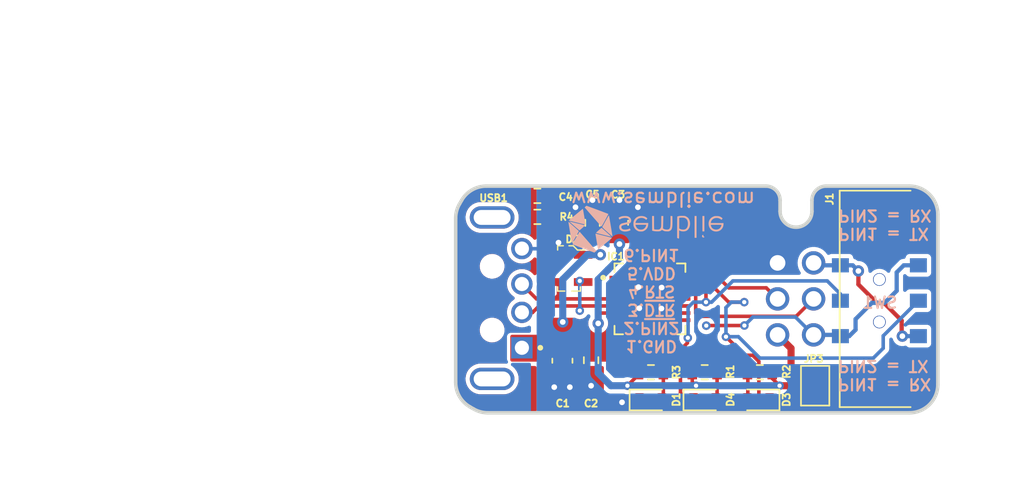
<source format=kicad_pcb>
(kicad_pcb (version 20221018) (generator pcbnew)
  (title_block (title "CP2102") (date "2020-05-25") (rev "v02") (comment 4 "Author: Nejra Mahmutbegovic"))
  (layers (0 "F.Cu" signal) (31 "B.Cu" signal) (34 "B.Paste" user) (35 "F.Paste" user) (36 "B.SilkS" user "B.Silkscreen") (37 "F.SilkS" user "F.Silkscreen") (38 "B.Mask" user) (39 "F.Mask" user) (44 "Edge.Cuts" user))
  (net 0 "")
  (net 1 "GND")
  (net 2 "+3V3")
  (net 3 "Net-(D1-A)")
  (net 4 "/TXD")
  (net 5 "/RXD")
  (net 6 "/VBUS")
  (net 7 "/D+")
  (net 8 "/D-")
  (net 9 "Net-(D3-Pad2)")
  (net 10 "Net-(D4-Pad2)")
  (net 11 "/~{RTS}")
  (net 12 "/~{DTR}")
  (net 13 "/UART_PIN_2")
  (net 14 "/UART_PIN_1")
  (net 23 "Net-(C4-Pad1)")
  (net 24 "Net-(JP3-B)")
  (footprint "LED_SMD:LED_0603_1608Metric" (layer "F.Cu") (at 129.2 113.3)
    (fp_text reference "D4" (at 1.83 -0.02 90) (layer "F.SilkS") (effects (font (size 0.5 0.5) (thickness 0.125))))
    (fp_text value "GREEN")
    (pad "1" smd roundrect (at -0.7875 0) (size 0.875 0.95) (layers "F.Cu" "F.Paste" "F.Mask") (net 5 "/RXD"))
    (pad "2" smd roundrect (at 0.7875 0) (size 0.875 0.95) (layers "F.Cu" "F.Paste" "F.Mask") (net 10 "Net-(D4-Pad2)"))
  )
  (footprint "LED_SMD:LED_0603_1608Metric" (layer "F.Cu") (at 125.4 113.3)
    (fp_text reference "D1" (at 1.81 -0.02 90) (layer "F.SilkS") (effects (font (size 0.5 0.5) (thickness 0.125))))
    (fp_text value "RED")
    (pad "1" smd roundrect (at -0.7875 0) (size 0.875 0.95) (layers "F.Cu" "F.Paste" "F.Mask") (net 1 "GND"))
    (pad "2" smd roundrect (at 0.7875 0) (size 0.875 0.95) (layers "F.Cu" "F.Paste" "F.Mask") (net 3 "Net-(D1-A)"))
  )
  (footprint "f:0603" (layer "F.Cu") (at 117.41 100.38 180)
    (fp_text reference "R4" (at -2.06 0 180) (layer "F.SilkS") (effects (font (size 0.5 0.5) (thickness 0.125))))
    (fp_text value "1M")
    (pad "1" smd rect (at -0.875 0 180) (size 0.67 1) (layers "F.Cu" "F.Paste" "F.Mask") (net 1 "GND"))
    (pad "2" smd rect (at 0.875 0 180) (size 0.67 1) (layers "F.Cu" "F.Paste" "F.Mask") (net 23 "Net-(C4-Pad1)"))
  )
  (footprint "f:0805" (layer "F.Cu") (at 123.1 100.795001 -90)
    (fp_text reference "C3" (at -1.985001 0 180) (layer "F.SilkS") (effects (font (size 0.5 0.5) (thickness 0.125))))
    (fp_text value "10uF_6.3V")
    (pad "1" smd rect (at -0.955 0 270) (size 0.97 1.5) (layers "F.Cu" "F.Paste" "F.Mask") (net 1 "GND"))
    (pad "2" smd rect (at 0.955 0 270) (size 0.97 1.5) (layers "F.Cu" "F.Paste" "F.Mask") (net 2 "+3V3"))
  )
  (footprint "f:0603" (layer "F.Cu") (at 121.3 100.8 -90)
    (fp_text reference "C5" (at -2 0 180) (layer "F.SilkS") (effects (font (size 0.5 0.5) (thickness 0.125))))
    (fp_text value "0.1uF_6.3V")
    (pad "1" smd rect (at -0.875 0 270) (size 0.67 1) (layers "F.Cu" "F.Paste" "F.Mask") (net 1 "GND"))
    (pad "2" smd rect (at 0.875 0 270) (size 0.67 1) (layers "F.Cu" "F.Paste" "F.Mask") (net 2 "+3V3"))
  )
  (footprint "f:QFN-28" (layer "F.Cu") (at 125.35 106.17)
    (fp_text reference "IC1" (at -2.41 -2.99) (layer "F.SilkS") (effects (font (size 0.5 0.5) (thickness 0.125))))
    (fp_text value "CP2102-GM")
    (pad "1" smd rect (at -2.37 -1.5) (size 0.97 0.26) (layers "F.Cu" "F.Paste" "F.Mask"))
    (pad "2" smd rect (at -2.37 -1) (size 0.97 0.26) (layers "F.Cu" "F.Paste" "F.Mask"))
    (pad "3" smd rect (at -2.37 -0.5) (size 0.97 0.26) (layers "F.Cu" "F.Paste" "F.Mask") (net 1 "GND"))
    (pad "4" smd rect (at -2.37 0) (size 0.97 0.26) (layers "F.Cu" "F.Paste" "F.Mask") (net 7 "/D+"))
    (pad "5" smd rect (at -2.37 0.5) (size 0.97 0.26) (layers "F.Cu" "F.Paste" "F.Mask") (net 8 "/D-"))
    (pad "6" smd rect (at -2.37 1) (size 0.97 0.26) (layers "F.Cu" "F.Paste" "F.Mask") (net 2 "+3V3"))
    (pad "7" smd rect (at -2.37 1.5) (size 0.97 0.26) (layers "F.Cu" "F.Paste" "F.Mask") (net 6 "/VBUS"))
    (pad "8" smd rect (at -1.5 2.37) (size 0.26 0.97) (layers "F.Cu" "F.Paste" "F.Mask") (net 6 "/VBUS"))
    (pad "9" smd rect (at -1 2.37) (size 0.26 0.97) (layers "F.Cu" "F.Paste" "F.Mask"))
    (pad "10" smd rect (at -0.5 2.37) (size 0.26 0.97) (layers "F.Cu" "F.Paste" "F.Mask"))
    (pad "11" smd rect (at 0 2.37) (size 0.26 0.97) (layers "F.Cu" "F.Paste" "F.Mask"))
    (pad "12" smd rect (at 0.5 2.37) (size 0.26 0.97) (layers "F.Cu" "F.Paste" "F.Mask"))
    (pad "13" smd rect (at 1 2.37) (size 0.26 0.97) (layers "F.Cu" "F.Paste" "F.Mask"))
    (pad "14" smd rect (at 1.5 2.37) (size 0.26 0.97) (layers "F.Cu" "F.Paste" "F.Mask"))
    (pad "15" smd rect (at 2.37 1.5) (size 0.97 0.26) (layers "F.Cu" "F.Paste" "F.Mask"))
    (pad "16" smd rect (at 2.37 1) (size 0.97 0.26) (layers "F.Cu" "F.Paste" "F.Mask"))
    (pad "17" smd rect (at 2.37 0.5) (size 0.97 0.26) (layers "F.Cu" "F.Paste" "F.Mask"))
    (pad "18" smd rect (at 2.37 0) (size 0.97 0.26) (layers "F.Cu" "F.Paste" "F.Mask"))
    (pad "19" smd rect (at 2.37 -0.5) (size 0.97 0.26) (layers "F.Cu" "F.Paste" "F.Mask"))
    (pad "20" smd rect (at 2.37 -1) (size 0.97 0.26) (layers "F.Cu" "F.Paste" "F.Mask"))
    (pad "21" smd rect (at 2.37 -1.5) (size 0.97 0.26) (layers "F.Cu" "F.Paste" "F.Mask"))
    (pad "22" smd rect (at 1.5 -2.37) (size 0.26 0.97) (layers "F.Cu" "F.Paste" "F.Mask"))
    (pad "23" smd rect (at 1 -2.37) (size 0.26 0.97) (layers "F.Cu" "F.Paste" "F.Mask"))
    (pad "24" smd rect (at 0.5 -2.37) (size 0.26 0.97) (layers "F.Cu" "F.Paste" "F.Mask") (net 11 "/~{RTS}"))
    (pad "25" smd rect (at 0 -2.37) (size 0.26 0.97) (layers "F.Cu" "F.Paste" "F.Mask") (net 5 "/RXD"))
    (pad "26" smd rect (at -0.5 -2.37) (size 0.26 0.97) (layers "F.Cu" "F.Paste" "F.Mask") (net 4 "/TXD"))
    (pad "27" smd rect (at -1 -2.37) (size 0.26 0.97) (layers "F.Cu" "F.Paste" "F.Mask"))
    (pad "28" smd rect (at -1.5 -2.37) (size 0.26 0.97) (layers "F.Cu" "F.Paste" "F.Mask") (net 12 "/~{DTR}"))
    (pad "29" smd rect (at 0 0) (size 3.15 3.15) (layers "F.Cu" "F.Mask") (net 1 "GND"))
  )
  (footprint "f:0603" (layer "F.Cu") (at 121.2 110.5 90)
    (fp_text reference "C2" (at -3.05 0) (layer "F.SilkS") (effects (font (size 0.5 0.5) (thickness 0.125))))
    (fp_text value "0.1uF_6.3V")
    (pad "1" smd rect (at -0.875 0 90) (size 0.67 1) (layers "F.Cu" "F.Paste" "F.Mask") (net 1 "GND"))
    (pad "2" smd rect (at 0.875 0 90) (size 0.67 1) (layers "F.Cu" "F.Paste" "F.Mask") (net 6 "/VBUS"))
  )
  (footprint "f:0805" (layer "F.Cu") (at 119.175001 110.534999 90)
    (fp_text reference "C1" (at -3.015001 0.024999 180) (layer "F.SilkS") (effects (font (size 0.5 0.5) (thickness 0.125))))
    (fp_text value "10uF_6.3V")
    (pad "1" smd rect (at -0.955 0 90) (size 0.97 1.5) (layers "F.Cu" "F.Paste" "F.Mask") (net 1 "GND"))
    (pad "2" smd rect (at 0.955 0 90) (size 0.97 1.5) (layers "F.Cu" "F.Paste" "F.Mask") (net 6 "/VBUS"))
  )
  (footprint "LED_SMD:LED_0603_1608Metric" (layer "F.Cu") (at 133 113.3 180)
    (fp_text reference "D3" (at -1.98 0.01 90) (layer "F.SilkS") (effects (font (size 0.5 0.5) (thickness 0.125))))
    (fp_text value "RED")
    (pad "1" smd roundrect (at -0.7875 0 180) (size 0.875 0.95) (layers "F.Cu" "F.Paste" "F.Mask") (net 4 "/TXD"))
    (pad "2" smd roundrect (at 0.7875 0 180) (size 0.875 0.95) (layers "F.Cu" "F.Paste" "F.Mask") (net 9 "Net-(D3-Pad2)"))
  )
  (footprint "f:0603" (layer "F.Cu") (at 129.21 111.35)
    (fp_text reference "R1" (at 1.81 -0.04 90) (layer "F.SilkS") (effects (font (size 0.5 0.5) (thickness 0.125))))
    (fp_text value "330R")
    (pad "1" smd rect (at -0.875 0) (size 0.67 1) (layers "F.Cu" "F.Paste" "F.Mask") (net 2 "+3V3"))
    (pad "2" smd rect (at 0.875 0) (size 0.67 1) (layers "F.Cu" "F.Paste" "F.Mask") (net 10 "Net-(D4-Pad2)"))
  )
  (footprint "f:Fiducial_1mm_Mask2mm" (layer "F.Cu") (at 143.96 112.42)
    (fp_text reference "Fid3" hide)
    (fp_text value "1.0mm_Mask_2.0mm")
    (pad "" smd circle (at 0 0) (size 1 1) (layers "F.Cu" "F.Mask") (clearance 0.5))
  )
  (footprint "f:USB_48037-0001" (layer "F.Cu") (at 114.22 106.12 -90)
    (fp_text reference "USB1" (at -7.07 -0.1 180) (layer "F.SilkS") (effects (font (size 0.5 0.5) (thickness 0.125))))
    (fp_text value "48037-0001")
    (pad "" np_thru_hole circle (at -2.25 0 270) (size 1.25 1.25) (drill 1.25) (layers "*.Cu" "*.Mask"))
    (pad "" np_thru_hole circle (at 2.25 0 270) (size 1.25 1.25) (drill 1.25) (layers "*.Cu" "*.Mask"))
    (pad "1" thru_hole rect (at 3.5 -2.1 270) (size 1.508 1.508) (drill 1) (layers "*.Cu" "*.Mask") (net 6 "/VBUS"))
    (pad "2" thru_hole circle (at 1 -2.1 270) (size 1.508 1.508) (drill 1) (layers "*.Cu" "*.Mask") (net 8 "/D-"))
    (pad "3" thru_hole circle (at -1 -2.1 270) (size 1.508 1.508) (drill 1) (layers "*.Cu" "*.Mask") (net 7 "/D+"))
    (pad "4" thru_hole circle (at -3.5 -2.1 270) (size 1.508 1.508) (drill 1) (layers "*.Cu" "*.Mask") (net 1 "GND"))
    (pad "S1" thru_hole oval (at 5.7 0 270) (size 1.575 3.15) (drill oval 1.05 2.6) (layers "*.Cu" "*.Mask"))
    (pad "S2" thru_hole oval (at -5.7 0 270) (size 1.575 3.15) (drill oval 1.05 2.6) (layers "*.Cu" "*.Mask"))
  )
  (footprint "f:SOT-143-4" (layer "F.Cu") (at 119.64 104.02 -90)
    (fp_text reference "D2" (at -2.06 -0.25 180) (layer "F.SilkS") (effects (font (size 0.5 0.5) (thickness 0.125))))
    (fp_text value "SP0503BAHT")
    (pad "1" smd rect (at -0.76 1 270) (size 0.94 1.31) (layers "F.Cu" "F.Paste" "F.Mask") (net 1 "GND"))
    (pad "2" smd rect (at 0.96 1 270) (size 0.55 1.31) (layers "F.Cu" "F.Paste" "F.Mask") (net 7 "/D+"))
    (pad "3" smd rect (at 0.96 -1 270) (size 0.55 1.31) (layers "F.Cu" "F.Paste" "F.Mask") (net 8 "/D-"))
    (pad "4" smd rect (at -0.96 -1 270) (size 0.55 1.31) (layers "F.Cu" "F.Paste" "F.Mask") (net 6 "/VBUS"))
  )
  (footprint "f:0603" (layer "F.Cu") (at 125.42 111.35)
    (fp_text reference "R3" (at 1.8 0 90) (layer "F.SilkS") (effects (font (size 0.5 0.5) (thickness 0.125))))
    (fp_text value "330R")
    (pad "1" smd rect (at -0.875 0) (size 0.67 1) (layers "F.Cu" "F.Paste" "F.Mask") (net 2 "+3V3"))
    (pad "2" smd rect (at 0.875 0) (size 0.67 1) (layers "F.Cu" "F.Paste" "F.Mask") (net 3 "Net-(D1-A)"))
  )
  (footprint "f:SolderJumper-2_P1.3mm_Open_Pad1.0x1.5mm" (layer "F.Cu") (at 137 112.3 90)
    (fp_text reference "JP3" (at 1.9 -0.1 180) (layer "F.SilkS") (effects (font (size 0.5 0.5) (thickness 0.125))))
    (fp_text value "SolderJumper_2_Open")
    (pad "1" smd rect (at -0.65 0 90) (size 1 1.5) (layers "F.Cu" "F.Mask") (net 2 "+3V3"))
    (pad "2" smd rect (at 0.65 0 90) (size 1 1.5) (layers "F.Cu" "F.Mask") (net 24 "Net-(JP3-B)"))
  )
  (footprint "f:0603" (layer "F.Cu") (at 133.1 111.35 180)
    (fp_text reference "R2" (at -1.89 0.04 90) (layer "F.SilkS") (effects (font (size 0.5 0.5) (thickness 0.125))))
    (fp_text value "330R")
    (pad "1" smd rect (at -0.875 0 180) (size 0.67 1) (layers "F.Cu" "F.Paste" "F.Mask") (net 2 "+3V3"))
    (pad "2" smd rect (at 0.875 0 180) (size 0.67 1) (layers "F.Cu" "F.Paste" "F.Mask") (net 9 "Net-(D3-Pad2)"))
  )
  (footprint "f:Fiducial_1mm_Mask2mm" (layer "F.Cu") (at 126.17 99.58)
    (fp_text reference "Fid1" hide)
    (fp_text value "1.0mm_Mask_2.0mm")
    (pad "" smd circle (at 0 0) (size 1 1) (layers "F.Cu" "F.Mask") (clearance 0.5))
  )
  (footprint "f:0603" (layer "F.Cu") (at 117.41 98.9)
    (fp_text reference "C4" (at 2 0.08) (layer "F.SilkS") (effects (font (size 0.5 0.5) (thickness 0.125))))
    (fp_text value "1000pF_1kV")
    (pad "1" smd rect (at -0.875 0) (size 0.67 1) (layers "F.Cu" "F.Paste" "F.Mask") (net 23 "Net-(C4-Pad1)"))
    (pad "2" smd rect (at 0.875 0) (size 0.67 1) (layers "F.Cu" "F.Paste" "F.Mask") (net 1 "GND"))
  )
  (footprint "f:Fiducial_1mm_Mask2mm" (layer "F.Cu") (at 143.6 99.77)
    (fp_text reference "Fid2" hide)
    (fp_text value "1.0mm_Mask_2.0mm")
    (pad "" smd circle (at 0 0) (size 1 1) (layers "F.Cu" "F.Mask") (clearance 0.5))
  )
  (footprint "f:61200621721" (layer "F.Cu") (at 135.62 106.17 90)
    (fp_text reference "J1" (at 7.05 2.4 90) (layer "F.SilkS") (effects (font (size 0.5 0.5) (thickness 0.125))))
    (fp_text value "61200621721")
    (pad "1" thru_hole circle (at 2.54 -1.27 90) (size 1.65 1.65) (drill 1.1) (layers "*.Cu" "*.Mask") (net 1 "GND"))
    (pad "2" thru_hole circle (at 2.54 1.27 90) (size 1.65 1.65) (drill 1.1) (layers "*.Cu" "*.Mask") (net 13 "/UART_PIN_2"))
    (pad "3" thru_hole circle (at 0 -1.27 90) (size 1.65 1.65) (drill 1.1) (layers "*.Cu" "*.Mask") (net 12 "/~{DTR}"))
    (pad "4" thru_hole circle (at 0 1.27 90) (size 1.65 1.65) (drill 1.1) (layers "*.Cu" "*.Mask") (net 11 "/~{RTS}"))
    (pad "5" thru_hole circle (at -2.54 -1.27 90) (size 1.65 1.65) (drill 1.1) (layers "*.Cu" "*.Mask") (net 24 "Net-(JP3-B)"))
    (pad "6" thru_hole circle (at -2.54 1.27 90) (size 1.65 1.65) (drill 1.1) (layers "*.Cu" "*.Mask") (net 14 "/UART_PIN_1"))
  )
  (footprint "LOGO" (layer "B.Cu") (at 125.045392 101.250691)
    (fp_text reference "G***" hide)
    (fp_text value "LOGO" hide)
  )
  (footprint "f:SS-33905-1" (layer "B.Cu") (at 141.53 106.3 90)
    (fp_text reference "SW1" (at -0.14 0.03 180) (layer "B.SilkS") (effects (font (size 0.801394 0.801394)) (justify mirror)))
    (fp_text value "SS-3390S-L1")
    (pad "1" smd rect (at -2.5 -2.75 90) (size 1 1.2) (layers "B.Cu" "B.Paste" "B.Mask") (net 14 "/UART_PIN_1"))
    (pad "2" smd rect (at 0 -2.75 90) (size 1 1.2) (layers "B.Cu" "B.Paste" "B.Mask") (net 5 "/RXD"))
    (pad "3" smd rect (at 2.5 -2.75 90) (size 1 1.2) (layers "B.Cu" "B.Paste" "B.Mask") (net 13 "/UART_PIN_2"))
    (pad "4" smd rect (at -2.5 2.75 90) (size 1 1.2) (layers "B.Cu" "B.Paste" "B.Mask") (net 13 "/UART_PIN_2"))
    (pad "5" smd rect (at 0 2.75 90) (size 1 1.2) (layers "B.Cu" "B.Paste" "B.Mask") (net 4 "/TXD"))
    (pad "6" smd rect (at 2.5 2.75 90) (size 1 1.2) (layers "B.Cu" "B.Paste" "B.Mask") (net 14 "/UART_PIN_1"))
    (pad "8" thru_hole circle (at -1.5 0 90) (size 0.9 0.9) (drill 0.8) (layers "*.Cu" "*.Mask"))
    (pad "8" thru_hole circle (at 1.5 0 90) (size 0.9 0.9) (drill 0.8) (layers "*.Cu" "*.Mask"))
  )
  (gr_line (start 112.65 113.78735) (end 112.917949 113.942051) (stroke (width 0.25)) (layer "Edge.Cuts"))
  (gr_line (start 145.65 112.21) (end 145.65 100.21) (stroke (width 0.25)) (layer "Edge.Cuts"))
  (gr_line (start 112.07265 99.21) (end 111.917949 99.477949) (stroke (width 0.25)) (layer "Edge.Cuts"))
  (gr_arc (start 136.775 99.21) (mid 137.067893 98.502894) (end 137.775 98.21) (stroke (width 0.25)) (layer "Edge.Cuts"))
  (gr_arc (start 136.775 99.985) (mid 135.65 101.11) (end 134.525 99.985) (stroke (width 0.25)) (layer "Edge.Cuts"))
  (gr_line (start 111.65 100.477949) (end 111.65 112.055299) (stroke (width 0.25)) (layer "Edge.Cuts"))
  (gr_arc (start 111.65 100.477949) (mid 111.718148 99.960311) (end 111.917949 99.477949) (stroke (width 0.25)) (layer "Edge.Cuts"))
  (gr_line (start 136.775 99.21) (end 136.775 99.985) (stroke (width 0.25)) (layer "Edge.Cuts"))
  (gr_arc (start 113.917949 114.21) (mid 113.400311 114.141852) (end 112.917949 113.942051) (stroke (width 0.25)) (layer "Edge.Cuts"))
  (gr_line (start 134.525 99.985) (end 134.525 99.21) (stroke (width 0.25)) (layer "Edge.Cuts"))
  (gr_arc (start 112.65 113.78735) (mid 111.917949 113.055299) (end 111.65 112.055299) (stroke (width 0.25)) (layer "Edge.Cuts"))
  (gr_arc (start 133.525 98.21) (mid 134.232106 98.502893) (end 134.525 99.21) (stroke (width 0.25)) (layer "Edge.Cuts"))
  (gr_line (start 113.917949 114.21) (end 143.65 114.21) (stroke (width 0.25)) (layer "Edge.Cuts"))
  (gr_arc (start 143.65 98.21) (mid 145.064214 98.795786) (end 145.65 100.21) (stroke (width 0.25)) (layer "Edge.Cuts"))
  (gr_line (start 133.525 98.21) (end 113.804701 98.21) (stroke (width 0.25)) (layer "Edge.Cuts"))
  (gr_arc (start 145.65 112.21) (mid 145.064214 113.624214) (end 143.65 114.21) (stroke (width 0.25)) (layer "Edge.Cuts"))
  (gr_arc (start 112.07265 99.21) (mid 112.804701 98.477949) (end 113.804701 98.21) (stroke (width 0.25)) (layer "Edge.Cuts"))
  (gr_line (start 143.65 98.21) (end 137.775 98.21) (stroke (width 0.25)) (layer "Edge.Cuts"))
  (gr_text "1.GND\n2.PIN2\n3.~{DTR}\n4.~{RTS}\n5.VDD\n6.PIN1" (at 125.46 106.29 180) (layer "B.SilkS") (effects (font (size 0.8 0.8)) (justify mirror)))
  (gr_text "www.semblie.com" (at 126.29 99.13 180) (layer "B.SilkS") (effects (font (size 1 1)) (justify mirror)))
  (gr_text "PIN1 = RX\nPIN2 = TX" (at 138.51 110.44 180) (layer "B.SilkS") (effects (font (size 0.8 0.8) (thickness 0.15) bold) (justify left bottom mirror)))
  (gr_text "PIN1 = TX\nPIN2 = RX" (at 138.54 99.82 180) (layer "B.SilkS") (effects (font (size 0.8 0.8) (thickness 0.15) bold) (justify left bottom mirror)))
  (segment (start 123.44 113.53) (end 123.38 113.47) (width 0.25) (layer "F.Cu") (net 1))
  (segment (start 122.98 105.67) (end 124.21 105.67) (width 0.25) (layer "F.Cu") (net 1))
  (segment (start 124.21 105.67) (end 124.54 105.34) (width 0.25) (layer "F.Cu") (net 1))
  (segment (start 124.5025 113.53) (end 123.44 113.53) (width 0.25) (layer "F.Cu") (net 1))
  (segment (start 118.9 103.23) (end 118.9 102.2) (width 0.25) (layer "F.Cu") (net 1))
  (via (at 126.18 105.37) (size 1) (drill 0.4) (layers "F.Cu" "B.Cu") (net 1))
  (via (at 121.3 99.2) (size 0.8) (drill 0.4) (layers "F.Cu" "B.Cu") (net 1))
  (via (at 120.1 99.7) (size 0.8) (drill 0.4) (layers "F.Cu" "B.Cu") (net 1))
  (via (at 119.7 112.4) (size 0.8) (drill 0.4) (layers "F.Cu" "B.Cu") (net 1))
  (via (at 118.6 112.4) (size 0.8) (drill 0.4) (layers "F.Cu" "B.Cu") (net 1))
  (via (at 124.6 106.83) (size 1) (drill 0.4) (layers "F.Cu" "B.Cu") (net 1))
  (via (at 124.5 99.7) (size 0.8) (drill 0.4) (layers "F.Cu" "B.Cu") (net 1))
  (via (at 123.2 99.2) (size 0.8) (drill 0.4) (layers "F.Cu" "B.Cu") (net 1))
  (via (at 124.54 105.34) (size 1) (drill 0.4) (layers "F.Cu" "B.Cu") (net 1))
  (via (at 118.9 102.2) (size 0.8) (drill 0.4) (layers "F.Cu" "B.Cu") (net 1))
  (via (at 126.16 106.85) (size 1) (drill 0.4) (layers "F.Cu" "B.Cu") (net 1))
  (via (at 121.2 112.3) (size 0.8) (drill 0.4) (layers "F.Cu" "B.Cu") (net 1))
  (via (at 123.38 113.47) (size 0.8) (drill 0.4) (layers "F.Cu" "B.Cu") (net 1))
  (segment (start 118.47 102.63) (end 118.9 102.2) (width 0.25) (layer "B.Cu") (net 1))
  (segment (start 116.31 102.63) (end 118.47 102.63) (width 0.25) (layer "B.Cu") (net 1))
  (segment (start 135.1 112.3) (end 135.75 112.95) (width 0.5) (layer "F.Cu") (net 2))
  (segment (start 134.49 112.3) (end 135.1 112.3) (width 0.5) (layer "F.Cu") (net 2))
  (segment (start 133.975 111.35) (end 133.975 111.785) (width 0.25) (layer "F.Cu") (net 2))
  (segment (start 124.545 111.35) (end 124.545 111.515) (width 0.25) (layer "F.Cu") (net 2))
  (segment (start 121.7 107.334315) (end 121.864315 107.17) (width 0.25) (layer "F.Cu") (net 2))
  (segment (start 135.75 112.95) (end 137 112.95) (width 0.5) (layer "F.Cu") (net 2))
  (segment (start 123.2 101.850001) (end 123.1 101.750001) (width 0.5) (layer "F.Cu") (net 2))
  (segment (start 121.7 107.9) (end 121.7 107.334315) (width 0.25) (layer "F.Cu") (net 2))
  (segment (start 128.335 112.035) (end 128.6 112.3) (width 0.25) (layer "F.Cu") (net 2))
  (segment (start 128.335 111.35) (end 128.335 112.035) (width 0.25) (layer "F.Cu") (net 2))
  (segment (start 121.864315 107.17) (end 122.98 107.17) (width 0.25) (layer "F.Cu") (net 2))
  (segment (start 123.2 102.3) (end 123.2 101.850001) (width 0.5) (layer "F.Cu") (net 2))
  (segment (start 124.545 111.515) (end 123.76 112.3) (width 0.25) (layer "F.Cu") (net 2))
  (segment (start 133.975 111.785) (end 134.49 112.3) (width 0.25) (layer "F.Cu") (net 2))
  (via (at 134.49 112.3) (size 0.6) (drill 0.3) (layers "F.Cu" "B.Cu") (net 2))
  (via (at 121.7 107.9) (size 0.8) (drill 0.4) (layers "F.Cu" "B.Cu") (net 2))
  (via (at 123.2 102.3) (size 0.8) (drill 0.4) (layers "F.Cu" "B.Cu") (net 2))
  (via (at 123.76 112.3) (size 0.6) (drill 0.3) (layers "F.Cu" "B.Cu") (net 2))
  (via (at 128.6 112.3) (size 0.6) (drill 0.3) (layers "F.Cu" "B.Cu") (net 2))
  (segment (start 121.7 104.8) (end 122.4 104.1) (width 0.5) (layer "B.Cu") (net 2))
  (segment (start 123.2 103.3) (end 123.2 102.3) (width 0.5) (layer "B.Cu") (net 2))
  (segment (start 123.76 112.3) (end 128.6 112.3) (width 0.5) (layer "B.Cu") (net 2))
  (segment (start 122.6 112.3) (end 123.76 112.3) (width 0.5) (layer "B.Cu") (net 2))
  (segment (start 121.7 107.9) (end 121.7 111.4) (width 0.5) (layer "B.Cu") (net 2))
  (segment (start 121.7 111.4) (end 122.6 112.3) (width 0.5) (layer "B.Cu") (net 2))
  (segment (start 134.49 112.3) (end 128.6 112.3) (width 0.5) (layer "B.Cu") (net 2))
  (segment (start 122.4 104.1) (end 123.2 103.3) (width 0.5) (layer "B.Cu") (net 2))
  (segment (start 121.7 107.9) (end 121.7 104.8) (width 0.5) (layer "B.Cu") (net 2))
  (segment (start 126.295 111.35) (end 126.295 113.1925) (width 0.25) (layer "F.Cu") (net 3))
  (segment (start 126.295 113.1925) (end 126.1875 113.3) (width 0.25) (layer "F.Cu") (net 3))
  (segment (start 132.59 110.15) (end 133.03 110.59) (width 0.25) (layer "F.Cu") (net 4))
  (segment (start 129.75001 103.2136) (end 129.75001 105.25001) (width 0.25) (layer "F.Cu") (net 4))
  (segment (start 130.9 106.4) (end 132 106.4) (width 0.25) (layer "F.Cu") (net 4))
  (segment (start 124.85 103.8) (end 124.85 102.55) (width 0.25) (layer "F.Cu") (net 4))
  (segment (start 129.75001 105.25001) (end 130.9 106.4) (width 0.25) (layer "F.Cu") (net 4))
  (segment (start 125.64999 101.75001) (end 128.28642 101.75001) (width 0.25) (layer "F.Cu") (net 4))
  (segment (start 130.71 108.84) (end 132.02 110.15) (width 0.25) (layer "F.Cu") (net 4))
  (segment (start 133.03 110.59) (end 133.03 113.12) (width 0.25) (layer "F.Cu") (net 4))
  (segment (start 132.02 110.15) (end 132.59 110.15) (width 0.25) (layer "F.Cu") (net 4))
  (segment (start 133.32 113.41) (end 133.8275 113.41) (width 0.25) (layer "F.Cu") (net 4))
  (segment (start 128.28642 101.75001) (end 129.75001 103.2136) (width 0.25) (layer "F.Cu") (net 4))
  (segment (start 124.85 102.55) (end 125.64999 101.75001) (width 0.25) (layer "F.Cu") (net 4))
  (segment (start 133.03 113.12) (end 133.32 113.41) (width 0.25) (layer "F.Cu") (net 4))
  (via (at 132 106.4) (size 0.6) (drill 0.3) (layers "F.Cu" "B.Cu") (net 4))
  (via (at 130.71 108.84) (size 0.6) (drill 0.3) (layers "F.Cu" "B.Cu") (net 4))
  (segment (start 130.71 106.78) (end 130.71 108.84) (width 0.25) (layer "B.Cu") (net 4))
  (segment (start 141.8 109.65) (end 141.1 110.35) (width 0.25) (layer "B.Cu") (net 4))
  (segment (start 130.71 108.84) (end 131.59 108.84) (width 0.25) (layer "B.Cu") (net 4))
  (segment (start 132 106.4) (end 131.09 106.4) (width 0.25) (layer "B.Cu") (net 4))
  (segment (start 141.8 108.78) (end 144.28 106.3) (width 0.25) (layer "B.Cu") (net 4))
  (segment (start 131.59 108.84) (end 133.1 110.35) (width 0.25) (layer "B.Cu") (net 4))
  (segment (start 133.1 110.35) (end 141.1 110.35) (width 0.25) (layer "B.Cu") (net 4))
  (segment (start 141.8 108.78) (end 141.8 109.65) (width 0.25) (layer "B.Cu") (net 4))
  (segment (start 131.09 106.4) (end 130.71 106.78) (width 0.25) (layer "B.Cu") (net 4))
  (segment (start 127.5 112.82) (end 128.19 113.51) (width 0.25) (layer "F.Cu") (net 5))
  (segment (start 129.3 103.4) (end 129.3 106.4) (width 0.25) (layer "F.Cu") (net 5))
  (segment (start 125.35 103.065) (end 125.35 102.75) (width 0.25) (layer "F.Cu") (net 5))
  (segment (start 128.14999 102.24999) (end 129.3 103.4) (width 0.25) (layer "F.Cu") (net 5))
  (segment (start 127.99 108.95) (end 128.02 108.92) (width 0.25) (layer "F.Cu") (net 5))
  (segment (start 125.850009 102.249991) (end 125.9136 102.24999) (width 0.25) (layer "F.Cu") (net 5))
  (segment (start 127.5 109.77) (end 127.5 112.82) (width 0.25) (layer "F.Cu") (net 5))
  (segment (start 125.9136 102.24999) (end 128.14999 102.24999) (width 0.25) (layer "F.Cu") (net 5))
  (segment (start 125.45 102.65) (end 125.850009 102.249991) (width 0.25) (layer "F.Cu") (net 5))
  (segment (start 125.35 102.75) (end 125.45 102.65) (width 0.25) (layer "F.Cu") (net 5))
  (segment (start 127.99 109.28) (end 127.99 108.95) (width 0.25) (layer "F.Cu") (net 5))
  (segment (start 125.35 103.8) (end 125.35 103.065) (width 0.25) (layer "F.Cu") (net 5))
  (segment (start 127.99 109.28) (end 127.5 109.77) (width 0.25) (layer "F.Cu") (net 5))
  (via (at 129.3 106.4) (size 0.6) (drill 0.3) (layers "F.Cu" "B.Cu") (net 5))
  (via (at 128.02 108.92) (size 0.6) (drill 0.3) (layers "F.Cu" "B.Cu") (net 5))
  (segment (start 137.85 104.9) (end 138.78 105.83) (width 0.25) (layer "B.Cu") (net 5))
  (segment (start 129.3 106.4) (end 129.7 106.4) (width 0.25) (layer "B.Cu") (net 5))
  (segment (start 128.41 106.4) (end 128.04 106.77) (width 0.25) (layer "B.Cu") (net 5))
  (segment (start 129.3 106.4) (end 128.41 106.4) (width 0.25) (layer "B.Cu") (net 5))
  (segment (start 131.2 104.9) (end 137.85 104.9) (width 0.25) (layer "B.Cu") (net 5))
  (segment (start 128.04 106.77) (end 128.04 108.8) (width 0.25) (layer "B.Cu") (net 5))
  (segment (start 138.78 105.83) (end 138.78 106.3) (width 0.25) (layer "B.Cu") (net 5))
  (segment (start 129.7 106.4) (end 131.2 104.9) (width 0.25) (layer "B.Cu") (net 5))
  (segment (start 120.65 103.05) (end 120.64 103.06) (width 0.5) (layer "F.Cu") (net 6))
  (segment (start 121.85 103.05) (end 120.65 103.05) (width 0.5) (layer "F.Cu") (net 6))
  (segment (start 122.98 107.67) (end 123.85 108.54) (width 0.25) (layer "F.Cu") (net 6))
  (via (at 119.2 107.8) (size 0.8) (drill 0.4) (layers "F.Cu" "B.Cu") (net 6))
  (via (at 121.85 103.05) (size 0.8) (drill 0.4) (layers "F.Cu" "B.Cu") (net 6))
  (segment (start 120.95 103.05) (end 119.2 104.8) (width 0.5) (layer "B.Cu") (net 6))
  (segment (start 119.2 104.8) (end 119.2 107.8) (width 0.5) (layer "B.Cu") (net 6))
  (segment (start 121.85 103.05) (end 120.95 103.05) (width 0.5) (layer "B.Cu") (net 6))
  (segment (start 118.9 105.9) (end 118.9 105.94) (width 0.25) (layer "F.Cu") (net 7))
  (segment (start 118.9 104.95) (end 118.9 105.9) (width 0.25) (layer "F.Cu") (net 7))
  (segment (start 117.35 106.17) (end 116.31 105.13) (width 0.25) (layer "F.Cu") (net 7))
  (segment (start 119.13 106.17) (end 118.63 106.17) (width 0.25) (layer "F.Cu") (net 7))
  (segment (start 122.98 106.17) (end 119.13 106.17) (width 0.25) (layer "F.Cu") (net 7))
  (segment (start 118.63 106.17) (end 117.35 106.17) (width 0.25) (layer "F.Cu") (net 7))
  (segment (start 118.9 105.9) (end 118.63 106.17) (width 0.25) (layer "F.Cu") (net 7))
  (segment (start 118.9 105.94) (end 119.13 106.17) (width 0.25) (layer "F.Cu") (net 7))
  (segment (start 120.47 106.67) (end 117.53 106.67) (width 0.25) (layer "F.Cu") (net 8))
  (segment (start 122.98 106.67) (end 120.47 106.67) (width 0.25) (layer "F.Cu") (net 8))
  (segment (start 117.53 106.67) (end 117.07 107.13) (width 0.25) (layer "F.Cu") (net 8))
  (segment (start 121.1 104.95) (end 120.45 104.95) (width 0.25) (layer "F.Cu") (net 8))
  (segment (start 120.4 107) (end 120.4 106.74) (width 0.25) (layer "F.Cu") (net 8))
  (segment (start 117.07 107.13) (end 116.31 107.13) (width 0.25) (layer "F.Cu") (net 8))
  (segment (start 120.4 106.74) (end 120.47 106.67) (width 0.25) (layer "F.Cu") (net 8))
  (segment (start 120.45 104.95) (end 120.4 104.9) (width 0.25) (layer "F.Cu") (net 8))
  (via (at 120.4 104.9) (size 0.6) (drill 0.3) (layers "F.Cu" "B.Cu") (net 8))
  (via (at 120.4 107) (size 0.6) (drill 0.3) (layers "F.Cu" "B.Cu") (net 8))
  (segment (start 120.4 104.9) (end 120.4 107) (width 0.25) (layer "B.Cu") (net 8))
  (segment (start 132.2525 111.41) (end 132.2525 113.41) (width 0.25) (layer "F.Cu") (net 9))
  (segment (start 130.085 113.2025) (end 129.9875 113.3) (width 0.25) (layer "F.Cu") (net 10))
  (segment (start 130.085 111.35) (end 130.085 113.2025) (width 0.25) (layer "F.Cu") (net 10))
  (segment (start 128.574999 107.174999) (end 128.8 107.4) (width 0.25) (layer "F.Cu") (net 11))
  (segment (start 125.85 103.8) (end 125.85 102.95) (width 0.25) (layer "F.Cu") (net 11))
  (segment (start 135.66 107.4) (end 136.88 106.18) (width 0.25) (layer "F.Cu") (net 11))
  (segment (start 127.9 102.7) (end 128.6 103.4) (width 0.25) (layer "F.Cu") (net 11))
  (segment (start 125.85 102.95) (end 126.1 102.7) (width 0.25) (layer "F.Cu") (net 11))
  (segment (start 126.1 102.7) (end 127.9 102.7) (width 0.25) (layer "F.Cu") (net 11))
  (segment (start 128.574999 103.425001) (end 128.574999 107.174999) (width 0.25) (layer "F.Cu") (net 11))
  (segment (start 128.6 103.4) (end 128.574999 103.425001) (width 0.25) (layer "F.Cu") (net 11))
  (segment (start 128.8 107.4) (end 135.66 107.4) (width 0.25) (layer "F.Cu") (net 11))
  (segment (start 130.21 102.97) (end 130.21 104.69) (width 0.25) (layer "F.Cu") (net 12))
  (segment (start 124.65 102.05) (end 125.4 101.3) (width 0.25) (layer "F.Cu") (net 12))
  (segment (start 133.55 105.39) (end 134.34 106.18) (width 0.25) (layer "F.Cu") (net 12))
  (segment (start 130.21 104.69) (end 130.91 105.39) (width 0.25) (layer "F.Cu") (net 12))
  (segment (start 130.91 105.39) (end 133.55 105.39) (width 0.25) (layer "F.Cu") (net 12))
  (segment (start 123.85 102.85) (end 124.65 102.05) (width 0.25) (layer "F.Cu") (net 12))
  (segment (start 123.85 103.065) (end 123.85 102.85) (width 0.25) (layer "F.Cu") (net 12))
  (segment (start 128.540001 101.300001) (end 130.21 102.97) (width 0.25) (layer "F.Cu") (net 12))
  (segment (start 123.85 103.8) (end 123.85 103.065) (width 0.25) (layer "F.Cu") (net 12))
  (segment (start 125.4 101.3) (end 128.540001 101.300001) (width 0.25) (layer "F.Cu") (net 12))
  (segment (start 143.1 107.7) (end 143.1 108.75) (width 0.3) (layer "F.Cu") (net 13))
  (segment (start 140.05 104.2) (end 140.05 105.15) (width 0.3) (layer "F.Cu") (net 13))
  (segment (start 142.85 107.45) (end 143.1 107.7) (width 0.3) (layer "F.Cu") (net 13))
  (segment (start 143.1 108.75) (end 143.15 108.8) (width 0.3) (layer "F.Cu") (net 13))
  (segment (start 140.05 105.15) (end 141.35 106.45) (width 0.3) (layer "F.Cu") (net 13))
  (segment (start 141.85 106.45) (end 142.85 107.45) (width 0.3) (layer "F.Cu") (net 13))
  (segment (start 141.35 106.45) (end 141.85 106.45) (width 0.3) (layer "F.Cu") (net 13))
  (via (at 140.05 104.2) (size 0.8) (drill 0.4) (layers "F.Cu" "B.Cu") (net 13))
  (via (at 143.15 108.8) (size 0.8) (drill 0.4) (layers "F.Cu" "B.Cu") (net 13))
  (segment (start 138.78 103.8) (end 139.65 103.8) (width 0.3) (layer "B.Cu") (net 13))
  (segment (start 139.65 103.8) (end 140.05 104.2) (width 0.3) (layer "B.Cu") (net 13))
  (segment (start 138.78 103.8) (end 137.06 103.8) (width 0.3) (layer "B.Cu") (net 13))
  (segment (start 143.15 108.8) (end 144.28 108.8) (width 0.3) (layer "B.Cu") (net 13))
  (segment (start 137.06 103.8) (end 136.89 103.63) (width 0.3) (layer "B.Cu") (net 13))
  (segment (start 132.01 108.05) (end 129.41 108.05) (width 0.25) (layer "F.Cu") (net 14))
  (via (at 132.01 108.05) (size 0.6) (drill 0.3) (layers "F.Cu" "B.Cu") (net 14))
  (via (at 129.32 108.06) (size 0.6) (drill 0.3) (layers "F.Cu" "B.Cu") (net 14))
  (segment (start 142.75 104.3) (end 142.75 105.6) (width 0.3) (layer "B.Cu") (net 14))
  (segment (start 138.69 108.71) (end 138.78 108.8) (width 0.3) (layer "B.Cu") (net 14))
  (segment (start 139.4 108.8) (end 138.78 108.8) (width 0.3) (layer "B.Cu") (net 14))
  (segment (start 142.75 105.6) (end 141.9 106.45) (width 0.3) (layer "B.Cu") (net 14))
  (segment (start 144.28 103.8) (end 143.25 103.8) (width 0.3) (layer "B.Cu") (net 14))
  (segment (start 139.85 108.35) (end 139.4 108.8) (width 0.3) (layer "B.Cu") (net 14))
  (segment (start 143.25 103.8) (end 142.75 104.3) (width 0.3) (layer "B.Cu") (net 14))
  (segment (start 132.01 108.05) (end 132.60953 107.45047) (width 0.25) (layer "B.Cu") (net 14))
  (segment (start 141.9 106.45) (end 141 106.45) (width 0.3) (layer "B.Cu") (net 14))
  (segment (start 139.85 107.6) (end 139.85 108.35) (width 0.3) (layer "B.Cu") (net 14))
  (segment (start 132.60953 107.45047) (end 135.61047 107.45047) (width 0.25) (layer "B.Cu") (net 14))
  (segment (start 136.89 108.71) (end 138.69 108.71) (width 0.3) (layer "B.Cu") (net 14))
  (segment (start 135.61047 107.45047) (end 136.88 108.72) (width 0.25) (layer "B.Cu") (net 14))
  (segment (start 141 106.45) (end 139.85 107.6) (width 0.3) (layer "B.Cu") (net 14))
  (segment (start 135.85 111.65) (end 135.3 111.1) (width 0.5) (layer "F.Cu") (net 24))
  (segment (start 134.3 108.76) (end 134.34 108.72) (width 0.25) (layer "F.Cu") (net 24))
  (segment (start 135.3 109.66) (end 134.35 108.71) (width 0.5) (layer "F.Cu") (net 24))
  (segment (start 137 111.65) (end 135.85 111.65) (width 0.5) (layer "F.Cu") (net 24))
  (segment (start 135.3 111.1) (end 135.3 109.66) (width 0.5) (layer "F.Cu") (net 24))
  (zone (net 1) (net_name "GND") (layer "F.Cu") (priority 1) (connect_pads yes (clearance 0.3)) (min_thickness 0.254) (fill yes (thermal_gap 0.508) (thermal_bridge_width 0.508))
    (polygon (pts (xy 122.1 112.9) (xy 118.2 112.9) (xy 118.2 110.9) (xy 122.1 110.9)))
  )
  (zone (net 1) (net_name "GND") (layer "F.Cu") (priority 1) (connect_pads yes (clearance 0.3)) (min_thickness 0.254) (fill yes (thermal_gap 0.508) (thermal_bridge_width 0.508))
    (polygon (pts (xy 124.9 100.659353) (xy 119.550066 100.640647) (xy 119.55 101) (xy 117.75 101) (xy 117.75 100.375) (xy 117.75 98.325) (xy 124.9 98.35)))
  )
  (zone (net 2) (net_name "+3V3") (layer "F.Cu") (priority 1) (connect_pads yes (clearance 0.3)) (min_thickness 0.254) (fill yes (thermal_gap 0.508) (thermal_bridge_width 0.508))
    (polygon (pts (xy 124.1 102.2) (xy 120.6 102.2) (xy 120.6 101) (xy 124.1 101)))
  )
  (zone (net 6) (net_name "/VBUS") (layer "F.Cu") (priority 1) (connect_pads yes (clearance 0.3)) (min_thickness 0.254) (fill yes (thermal_gap 0.508) (thermal_bridge_width 0.508))
    (polygon (pts (xy 123.5 108) (xy 124 108) (xy 124 110.6) (xy 115.5 110.6) (xy 115.5 108.7) (xy 117.6 108.7) (xy 117.6 107.5) (xy 123.5 107.5)))
  )
  (zone (net 23) (net_name "Net-(C4-Pad1)") (layer "F.Cu") (connect_pads yes (clearance 0.3)) (min_thickness 0.254) (fill yes (thermal_gap 0.508) (thermal_bridge_width 0.508))
    (polygon (pts (xy 117.36 114.27) (xy 111.46 114.27) (xy 111.46 98.07) (xy 117.36 98.07)))
  )
  (zone (net 23) (net_name "Net-(C4-Pad1)") (layer "B.Cu") (connect_pads yes (clearance 0.3)) (min_thickness 0.254) (fill yes (thermal_gap 0.508) (thermal_bridge_width 0.508))
    (polygon (pts (xy 116.96 114.27) (xy 111.46 114.27) (xy 111.46 98.07) (xy 116.96 98.07)))
  )
  (zone (net 1) (net_name "GND") (layer "B.Cu") (connect_pads yes (clearance 0.3)) (min_thickness 0.254) (fill yes (thermal_gap 0.508) (thermal_bridge_width 0.508))
    (polygon (pts (xy 147.96 114.27) (xy 117.36 114.27) (xy 117.36 98.07) (xy 147.96 98.07)))
  )
)
</source>
